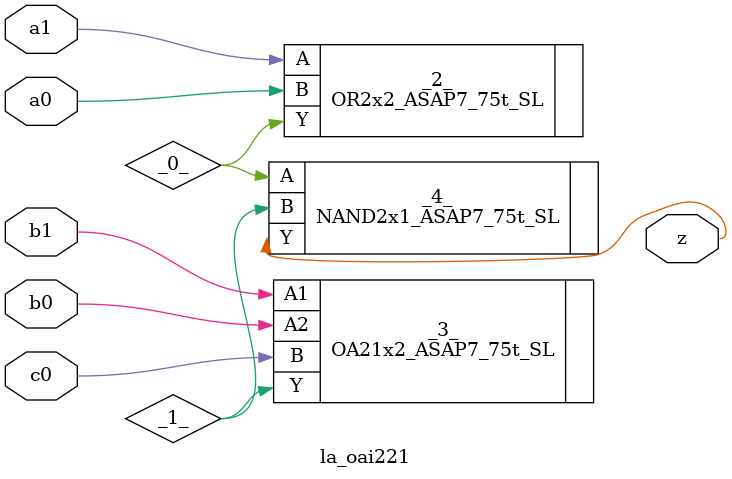
<source format=v>
/* Generated by Yosys 0.37 (git sha1 a5c7f69ed, clang 14.0.0-1ubuntu1.1 -fPIC -Os) */

module la_oai221(a0, a1, b0, b1, c0, z);
  wire _0_;
  wire _1_;
  input a0;
  wire a0;
  input a1;
  wire a1;
  input b0;
  wire b0;
  input b1;
  wire b1;
  input c0;
  wire c0;
  output z;
  wire z;
  OR2x2_ASAP7_75t_SL _2_ (
    .A(a1),
    .B(a0),
    .Y(_0_)
  );
  OA21x2_ASAP7_75t_SL _3_ (
    .A1(b1),
    .A2(b0),
    .B(c0),
    .Y(_1_)
  );
  NAND2x1_ASAP7_75t_SL _4_ (
    .A(_0_),
    .B(_1_),
    .Y(z)
  );
endmodule

</source>
